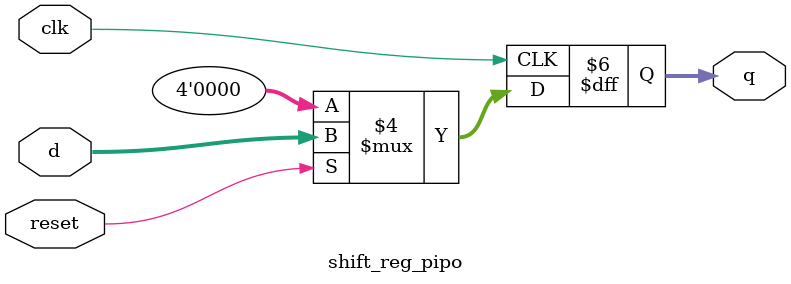
<source format=v>
`timescale 1ns / 1ps
module shift_reg_pipo
#(parameter W=4
)
(
input clk,
input reset,
input [W-1:0] d,
output reg [W-1:0] q
    );

always @(posedge clk)
begin
	if(!reset)begin
		q<=0;
	end else begin
		q<=d;
	end
end
endmodule

</source>
